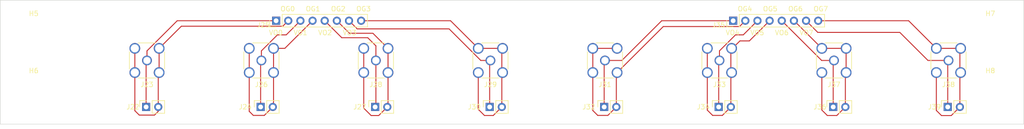
<source format=kicad_pcb>
(kicad_pcb (version 20240108) (generator "pcbnew") (generator_version "8.0")
  (layers (0 "F.Cu" signal) (31 "B.Cu" signal) (34 "B.Paste" user) (35 "F.Paste" user) (36 "B.SilkS" user "B.Silkscreen") (37 "F.SilkS" user "F.Silkscreen") (38 "B.Mask" user) (39 "F.Mask" user) (44 "Edge.Cuts" user))
  (net 0 "")
  (net 1 "/OGND_2")
  (net 2 "/OGND_3")
  (net 3 "/OGND_5")
  (net 4 "/OGND_4")
  (net 5 "/OGND_1")
  (net 6 "/OGND_0")
  (net 7 "/OGND_6")
  (net 8 "/OGND_7")
  (net 9 "/Vout_0")
  (net 10 "/Vout_1")
  (net 11 "/Vout_2")
  (net 12 "/Vout_3")
  (net 13 "/Vout_4")
  (net 14 "/Vout_5")
  (net 15 "/Vout_6")
  (net 16 "/Vout_7")
  (footprint "Connector_Coaxial:SMA_Amphenol_132134-16_Vertical" (layer "F.Cu") (at 94.602859 92.64)
    (property "Reference" "J26" (at 0 5.06 0) (layer "F.SilkS"))
    (property "Value" "~")
    (fp_line (start -3.68 -1.8) (end -3.68 1.8) (stroke (width 0.16)) (layer "F.SilkS"))
    (fp_line (start -1.8 -3.68) (end 1.8 -3.68) (stroke (width 0.16)) (layer "F.SilkS"))
    (fp_line (start -1.8 3.68) (end 1.8 3.68) (stroke (width 0.16)) (layer "F.SilkS"))
    (fp_line (start 3.68 -1.8) (end 3.68 1.8) (stroke (width 0.16)) (layer "F.SilkS"))
    (pad "1" thru_hole circle (at 0 0) (size 2.05 2.05) (drill 1.5) (layers "*.Cu" "*.Mask") (net 10 "/Vout_1"))
    (pad "2" thru_hole circle (at -2.54 -2.54) (size 2.25 2.25) (drill 1.7) (layers "*.Cu" "*.Mask") (net 5 "/OGND_1"))
    (pad "2" thru_hole circle (at -2.54 2.54) (size 2.25 2.25) (drill 1.7) (layers "*.Cu" "*.Mask") (net 5 "/OGND_1"))
    (pad "2" thru_hole circle (at 2.54 -2.54) (size 2.25 2.25) (drill 1.7) (layers "*.Cu" "*.Mask") (net 5 "/OGND_1"))
    (pad "2" thru_hole circle (at 2.54 2.54) (size 2.25 2.25) (drill 1.7) (layers "*.Cu" "*.Mask") (net 5 "/OGND_1"))
  )
  (footprint "MountingHole:MountingHole_3.2mm_M3" (layer "F.Cu") (at 247 99)
    (property "Reference" "H8" (at 0 -4.2 0) (layer "F.SilkS"))
    (property "Value" "MountingHole")
    (pad "" np_thru_hole circle (at 0 0) (size 3.2 3.2) (drill 3.2) (layers "*.Cu" "*.Mask"))
  )
  (footprint "Connector_Coaxial:SMA_Amphenol_132134-16_Vertical" (layer "F.Cu") (at 70.680002 92.64)
    (property "Reference" "J23" (at 0 5.06 0) (layer "F.SilkS"))
    (property "Value" "~")
    (fp_line (start -3.68 -1.8) (end -3.68 1.8) (stroke (width 0.16)) (layer "F.SilkS"))
    (fp_line (start -1.8 -3.68) (end 1.8 -3.68) (stroke (width 0.16)) (layer "F.SilkS"))
    (fp_line (start -1.8 3.68) (end 1.8 3.68) (stroke (width 0.16)) (layer "F.SilkS"))
    (fp_line (start 3.68 -1.8) (end 3.68 1.8) (stroke (width 0.16)) (layer "F.SilkS"))
    (pad "1" thru_hole circle (at 0 0) (size 2.05 2.05) (drill 1.5) (layers "*.Cu" "*.Mask") (net 9 "/Vout_0"))
    (pad "2" thru_hole circle (at -2.54 -2.54) (size 2.25 2.25) (drill 1.7) (layers "*.Cu" "*.Mask") (net 6 "/OGND_0"))
    (pad "2" thru_hole circle (at -2.54 2.54) (size 2.25 2.25) (drill 1.7) (layers "*.Cu" "*.Mask") (net 6 "/OGND_0"))
    (pad "2" thru_hole circle (at 2.54 -2.54) (size 2.25 2.25) (drill 1.7) (layers "*.Cu" "*.Mask") (net 6 "/OGND_0"))
    (pad "2" thru_hole circle (at 2.54 2.54) (size 2.25 2.25) (drill 1.7) (layers "*.Cu" "*.Mask") (net 6 "/OGND_0"))
  )
  (footprint "MountingHole:MountingHole_3.2mm_M3" (layer "F.Cu") (at 47 99)
    (property "Reference" "H6" (at 0 -4.2 0) (layer "F.SilkS"))
    (property "Value" "MountingHole")
    (pad "" np_thru_hole circle (at 0 0) (size 3.2 3.2) (drill 3.2) (layers "*.Cu" "*.Mask"))
  )
  (footprint "Connector_PinSocket_2.54mm:PinSocket_1x02_P2.54mm_Vertical" (layer "F.Cu") (at 238.1 102.4 90)
    (property "Reference" "J39" (at 0 -2.77 180) (layer "F.SilkS"))
    (property "Value" "Conn_01x02")
    (fp_line (start 1.33 -1.33) (end 1.33 0) (stroke (width 0.16)) (layer "F.SilkS"))
    (fp_line (start 0 -1.33) (end 1.33 -1.33) (stroke (width 0.16)) (layer "F.SilkS"))
    (fp_line (start 1.33 1.27) (end 1.33 3.87) (stroke (width 0.16)) (layer "F.SilkS"))
    (fp_line (start -1.33 1.27) (end 1.33 1.27) (stroke (width 0.16)) (layer "F.SilkS"))
    (fp_line (start -1.33 1.27) (end -1.33 3.87) (stroke (width 0.16)) (layer "F.SilkS"))
    (fp_line (start -1.33 3.87) (end 1.33 3.87) (stroke (width 0.16)) (layer "F.SilkS"))
    (pad "1" thru_hole rect (at 0 0 90) (size 1.7 1.7) (drill 1) (layers "*.Cu" "*.Mask") (net 16 "/Vout_7"))
    (pad "2" thru_hole oval (at 0 2.54 90) (size 1.7 1.7) (drill 1) (layers "*.Cu" "*.Mask") (net 8 "/OGND_7"))
  )
  (footprint "Connector_PinSocket_2.54mm:PinSocket_1x02_P2.54mm_Vertical" (layer "F.Cu") (at 166.271429 102.4 90)
    (property "Reference" "J32" (at 0 -3.214286 180) (layer "F.SilkS"))
    (property "Value" "Conn_01x02")
    (fp_line (start 1.33 -1.33) (end 1.33 0) (stroke (width 0.16)) (layer "F.SilkS"))
    (fp_line (start 0 -1.33) (end 1.33 -1.33) (stroke (width 0.16)) (layer "F.SilkS"))
    (fp_line (start 1.33 1.27) (end 1.33 3.87) (stroke (width 0.16)) (layer "F.SilkS"))
    (fp_line (start -1.33 1.27) (end 1.33 1.27) (stroke (width 0.16)) (layer "F.SilkS"))
    (fp_line (start -1.33 1.27) (end -1.33 3.87) (stroke (width 0.16)) (layer "F.SilkS"))
    (fp_line (start -1.33 3.87) (end 1.33 3.87) (stroke (width 0.16)) (layer "F.SilkS"))
    (pad "1" thru_hole rect (at 0 0 90) (size 1.7 1.7) (drill 1) (layers "*.Cu" "*.Mask") (net 13 "/Vout_4"))
    (pad "2" thru_hole oval (at 0 2.54 90) (size 1.7 1.7) (drill 1) (layers "*.Cu" "*.Mask") (net 4 "/OGND_4"))
  )
  (footprint "Connector_PinHeader_2.54mm:PinHeader_1x08_P2.54mm_Vertical" (layer "F.Cu") (at 193.24 84.3 90)
    (property "Reference" "J35" (at -0.9 -3.04 180) (layer "F.SilkS"))
    (property "Value" "Conn_01x8")
    (fp_line (start -1.33 -1.33) (end 0 -1.33) (stroke (width 0.16)) (layer "F.SilkS"))
    (fp_line (start -1.33 0) (end -1.33 -1.33) (stroke (width 0.16)) (layer "F.SilkS"))
    (fp_line (start 1.33 1.27) (end 1.33 19.11) (stroke (width 0.16)) (layer "F.SilkS"))
    (fp_line (start -1.33 1.27) (end 1.33 1.27) (stroke (width 0.16)) (layer "F.SilkS"))
    (fp_line (start -1.33 1.27) (end -1.33 19.11) (stroke (width 0.16)) (layer "F.SilkS"))
    (fp_line (start -1.33 19.11) (end 1.33 19.11) (stroke (width 0.16)) (layer "F.SilkS"))
    (pad "1" thru_hole rect (at 0 0 90) (size 1.7 1.7) (drill 1) (layers "*.Cu" "*.Mask") (net 13 "/Vout_4"))
    (pad "2" thru_hole oval (at 0 2.54 90) (size 1.7 1.7) (drill 1) (layers "*.Cu" "*.Mask") (net 4 "/OGND_4"))
    (pad "3" thru_hole oval (at 0 5.08 90) (size 1.7 1.7) (drill 1) (layers "*.Cu" "*.Mask") (net 14 "/Vout_5"))
    (pad "4" thru_hole oval (at 0 7.62 90) (size 1.7 1.7) (drill 1) (layers "*.Cu" "*.Mask") (net 3 "/OGND_5"))
    (pad "5" thru_hole oval (at 0 10.16 90) (size 1.7 1.7) (drill 1) (layers "*.Cu" "*.Mask") (net 15 "/Vout_6"))
    (pad "6" thru_hole oval (at 0 12.7 90) (size 1.7 1.7) (drill 1) (layers "*.Cu" "*.Mask") (net 7 "/OGND_6"))
    (pad "7" thru_hole oval (at 0 15.24 90) (size 1.7 1.7) (drill 1) (layers "*.Cu" "*.Mask") (net 16 "/Vout_7"))
    (pad "8" thru_hole oval (at 0 17.78 90) (size 1.7 1.7) (drill 1) (layers "*.Cu" "*.Mask") (net 8 "/OGND_7"))
  )
  (footprint "Connector_Coaxial:SMA_Amphenol_132134-16_Vertical" (layer "F.Cu") (at 214.317144 92.64)
    (property "Reference" "J37" (at 0 5.06 0) (layer "F.SilkS"))
    (property "Value" "~")
    (fp_line (start -3.68 -1.8) (end -3.68 1.8) (stroke (width 0.16)) (layer "F.SilkS"))
    (fp_line (start -1.8 -3.68) (end 1.8 -3.68) (stroke (width 0.16)) (layer "F.SilkS"))
    (fp_line (start -1.8 3.68) (end 1.8 3.68) (stroke (width 0.16)) (layer "F.SilkS"))
    (fp_line (start 3.68 -1.8) (end 3.68 1.8) (stroke (width 0.16)) (layer "F.SilkS"))
    (pad "1" thru_hole circle (at 0 0) (size 2.05 2.05) (drill 1.5) (layers "*.Cu" "*.Mask") (net 15 "/Vout_6"))
    (pad "2" thru_hole circle (at -2.54 -2.54) (size 2.25 2.25) (drill 1.7) (layers "*.Cu" "*.Mask") (net 7 "/OGND_6"))
    (pad "2" thru_hole circle (at -2.54 2.54) (size 2.25 2.25) (drill 1.7) (layers "*.Cu" "*.Mask") (net 7 "/OGND_6"))
    (pad "2" thru_hole circle (at 2.54 -2.54) (size 2.25 2.25) (drill 1.7) (layers "*.Cu" "*.Mask") (net 7 "/OGND_6"))
    (pad "2" thru_hole circle (at 2.54 2.54) (size 2.25 2.25) (drill 1.7) (layers "*.Cu" "*.Mask") (net 7 "/OGND_6"))
  )
  (footprint "Connector_Coaxial:SMA_Amphenol_132134-16_Vertical" (layer "F.Cu") (at 118.540002 92.64)
    (property "Reference" "J28" (at 0 5.06 0) (layer "F.SilkS"))
    (property "Value" "~")
    (fp_line (start -3.68 -1.8) (end -3.68 1.8) (stroke (width 0.16)) (layer "F.SilkS"))
    (fp_line (start -1.8 -3.68) (end 1.8 -3.68) (stroke (width 0.16)) (layer "F.SilkS"))
    (fp_line (start -1.8 3.68) (end 1.8 3.68) (stroke (width 0.16)) (layer "F.SilkS"))
    (fp_line (start 3.68 -1.8) (end 3.68 1.8) (stroke (width 0.16)) (layer "F.SilkS"))
    (pad "1" thru_hole circle (at 0 0) (size 2.05 2.05) (drill 1.5) (layers "*.Cu" "*.Mask") (net 11 "/Vout_2"))
    (pad "2" thru_hole circle (at -2.54 -2.54) (size 2.25 2.25) (drill 1.7) (layers "*.Cu" "*.Mask") (net 1 "/OGND_2"))
    (pad "2" thru_hole circle (at -2.54 2.54) (size 2.25 2.25) (drill 1.7) (layers "*.Cu" "*.Mask") (net 1 "/OGND_2"))
    (pad "2" thru_hole circle (at 2.54 -2.54) (size 2.25 2.25) (drill 1.7) (layers "*.Cu" "*.Mask") (net 1 "/OGND_2"))
    (pad "2" thru_hole circle (at 2.54 2.54) (size 2.25 2.25) (drill 1.7) (layers "*.Cu" "*.Mask") (net 1 "/OGND_2"))
  )
  (footprint "Connector_PinSocket_2.54mm:PinSocket_1x02_P2.54mm_Vertical" (layer "F.Cu") (at 70.500001 102.4 90)
    (property "Reference" "J22" (at 0 -2.77 180) (layer "F.SilkS"))
    (property "Value" "Conn_01x02")
    (fp_line (start 1.33 -1.33) (end 1.33 0) (stroke (width 0.16)) (layer "F.SilkS"))
    (fp_line (start 0 -1.33) (end 1.33 -1.33) (stroke (width 0.16)) (layer "F.SilkS"))
    (fp_line (start 1.33 1.27) (end 1.33 3.87) (stroke (width 0.16)) (layer "F.SilkS"))
    (fp_line (start -1.33 1.27) (end 1.33 1.27) (stroke (width 0.16)) (layer "F.SilkS"))
    (fp_line (start -1.33 1.27) (end -1.33 3.87) (stroke (width 0.16)) (layer "F.SilkS"))
    (fp_line (start -1.33 3.87) (end 1.33 3.87) (stroke (width 0.16)) (layer "F.SilkS"))
    (pad "1" thru_hole rect (at 0 0 90) (size 1.7 1.7) (drill 1) (layers "*.Cu" "*.Mask") (net 9 "/Vout_0"))
    (pad "2" thru_hole oval (at 0 2.54 90) (size 1.7 1.7) (drill 1) (layers "*.Cu" "*.Mask") (net 6 "/OGND_0"))
  )
  (footprint "Connector_PinHeader_2.54mm:PinHeader_1x08_P2.54mm_Vertical" (layer "F.Cu") (at 97.68 84.3 90)
    (property "Reference" "J25" (at -0.9 -2.68 180) (layer "F.SilkS"))
    (property "Value" "Conn_01x8")
    (fp_line (start -1.33 -1.33) (end 0 -1.33) (stroke (width 0.16)) (layer "F.SilkS"))
    (fp_line (start -1.33 0) (end -1.33 -1.33) (stroke (width 0.16)) (layer "F.SilkS"))
    (fp_line (start 1.33 1.27) (end 1.33 19.11) (stroke (width 0.16)) (layer "F.SilkS"))
    (fp_line (start -1.33 1.27) (end 1.33 1.27) (stroke (width 0.16)) (layer "F.SilkS"))
    (fp_line (start -1.33 1.27) (end -1.33 19.11) (stroke (width 0.16)) (layer "F.SilkS"))
    (fp_line (start -1.33 19.11) (end 1.33 19.11) (stroke (width 0.16)) (layer "F.SilkS"))
    (pad "1" thru_hole rect (at 0 0 90) (size 1.7 1.7) (drill 1) (layers "*.Cu" "*.Mask") (net 9 "/Vout_0"))
    (pad "2" thru_hole oval (at 0 2.54 90) (size 1.7 1.7) (drill 1) (layers "*.Cu" "*.Mask") (net 6 "/OGND_0"))
    (pad "3" thru_hole oval (at 0 5.08 90) (size 1.7 1.7) (drill 1) (layers "*.Cu" "*.Mask") (net 10 "/Vout_1"))
    (pad "4" thru_hole oval (at 0 7.62 90) (size 1.7 1.7) (drill 1) (layers "*.Cu" "*.Mask") (net 5 "/OGND_1"))
    (pad "5" thru_hole oval (at 0 10.16 90) (size 1.7 1.7) (drill 1) (layers "*.Cu" "*.Mask") (net 11 "/Vout_2"))
    (pad "6" thru_hole oval (at 0 12.7 90) (size 1.7 1.7) (drill 1) (layers "*.Cu" "*.Mask") (net 1 "/OGND_2"))
    (pad "7" thru_hole oval (at 0 15.24 90) (size 1.7 1.7) (drill 1) (layers "*.Cu" "*.Mask") (net 12 "/Vout_3"))
    (pad "8" thru_hole oval (at 0 17.78 90) (size 1.7 1.7) (drill 1) (layers "*.Cu" "*.Mask") (net 2 "/OGND_3"))
  )
  (footprint "MountingHole:MountingHole_3.2mm_M3" (layer "F.Cu") (at 247 87)
    (property "Reference" "H7" (at 0 -4.2 0) (layer "F.SilkS"))
    (property "Value" "MountingHole")
    (pad "" np_thru_hole circle (at 0 0) (size 3.2 3.2) (drill 3.2) (layers "*.Cu" "*.Mask"))
  )
  (footprint "Connector_PinSocket_2.54mm:PinSocket_1x02_P2.54mm_Vertical" (layer "F.Cu") (at 214.157143 102.4 90)
    (property "Reference" "J36" (at 0 -2.77 180) (layer "F.SilkS"))
    (property "Value" "Conn_01x02")
    (fp_line (start 1.33 -1.33) (end 1.33 0) (stroke (width 0.16)) (layer "F.SilkS"))
    (fp_line (start 0 -1.33) (end 1.33 -1.33) (stroke (width 0.16)) (layer "F.SilkS"))
    (fp_line (start 1.33 1.27) (end 1.33 3.87) (stroke (width 0.16)) (layer "F.SilkS"))
    (fp_line (start -1.33 1.27) (end 1.33 1.27) (stroke (width 0.16)) (layer "F.SilkS"))
    (fp_line (start -1.33 1.27) (end -1.33 3.87) (stroke (width 0.16)) (layer "F.SilkS"))
    (fp_line (start -1.33 3.87) (end 1.33 3.87) (stroke (width 0.16)) (layer "F.SilkS"))
    (pad "1" thru_hole rect (at 0 0 90) (size 1.7 1.7) (drill 1) (layers "*.Cu" "*.Mask") (net 15 "/Vout_6"))
    (pad "2" thru_hole oval (at 0 2.54 90) (size 1.7 1.7) (drill 1) (layers "*.Cu" "*.Mask") (net 7 "/OGND_6"))
  )
  (footprint "Connector_Coaxial:SMA_Amphenol_132134-16_Vertical" (layer "F.Cu") (at 238.260001 92.64)
    (property "Reference" "J38" (at 0 5.06 0) (layer "F.SilkS"))
    (property "Value" "~")
    (fp_line (start -3.68 -1.8) (end -3.68 1.8) (stroke (width 0.16)) (layer "F.SilkS"))
    (fp_line (start -1.8 -3.68) (end 1.8 -3.68) (stroke (width 0.16)) (layer "F.SilkS"))
    (fp_line (start -1.8 3.68) (end 1.8 3.68) (stroke (width 0.16)) (layer "F.SilkS"))
    (fp_line (start 3.68 -1.8) (end 3.68 1.8) (stroke (width 0.16)) (layer "F.SilkS"))
    (pad "1" thru_hole circle (at 0 0) (size 2.05 2.05) (drill 1.5) (layers "*.Cu" "*.Mask") (net 16 "/Vout_7"))
    (pad "2" thru_hole circle (at -2.54 -2.54) (size 2.25 2.25) (drill 1.7) (layers "*.Cu" "*.Mask") (net 8 "/OGND_7"))
    (pad "2" thru_hole circle (at -2.54 2.54) (size 2.25 2.25) (drill 1.7) (layers "*.Cu" "*.Mask") (net 8 "/OGND_7"))
    (pad "2" thru_hole circle (at 2.54 -2.54) (size 2.25 2.25) (drill 1.7) (layers "*.Cu" "*.Mask") (net 8 "/OGND_7"))
    (pad "2" thru_hole circle (at 2.54 2.54) (size 2.25 2.25) (drill 1.7) (layers "*.Cu" "*.Mask") (net 8 "/OGND_7"))
  )
  (footprint "Connector_PinSocket_2.54mm:PinSocket_1x02_P2.54mm_Vertical" (layer "F.Cu") (at 142.328572 102.4 90)
    (property "Reference" "J30" (at 0 -3.214286 180) (layer "F.SilkS"))
    (property "Value" "Conn_01x02")
    (fp_line (start 1.33 -1.33) (end 1.33 0) (stroke (width 0.16)) (layer "F.SilkS"))
    (fp_line (start 0 -1.33) (end 1.33 -1.33) (stroke (width 0.16)) (layer "F.SilkS"))
    (fp_line (start 1.33 1.27) (end 1.33 3.87) (stroke (width 0.16)) (layer "F.SilkS"))
    (fp_line (start -1.33 1.27) (end 1.33 1.27) (stroke (width 0.16)) (layer "F.SilkS"))
    (fp_line (start -1.33 1.27) (end -1.33 3.87) (stroke (width 0.16)) (layer "F.SilkS"))
    (fp_line (start -1.33 3.87) (end 1.33 3.87) (stroke (width 0.16)) (layer "F.SilkS"))
    (pad "1" thru_hole rect (at 0 0 90) (size 1.7 1.7) (drill 1) (layers "*.Cu" "*.Mask") (net 12 "/Vout_3"))
    (pad "2" thru_hole oval (at 0 2.54 90) (size 1.7 1.7) (drill 1) (layers "*.Cu" "*.Mask") (net 2 "/OGND_3"))
  )
  (footprint "Connector_PinSocket_2.54mm:PinSocket_1x02_P2.54mm_Vertical" (layer "F.Cu") (at 190.214286 102.4 90)
    (property "Reference" "J34" (at 0 -3.214286 180) (layer "F.SilkS"))
    (property "Value" "Conn_01x02")
    (fp_line (start 1.33 -1.33) (end 1.33 0) (stroke (width 0.16)) (layer "F.SilkS"))
    (fp_line (start 0 -1.33) (end 1.33 -1.33) (stroke (width 0.16)) (layer "F.SilkS"))
    (fp_line (start 1.33 1.27) (end 1.33 3.87) (stroke (width 0.16)) (layer "F.SilkS"))
    (fp_line (start -1.33 1.27) (end 1.33 1.27) (stroke (width 0.16)) (layer "F.SilkS"))
    (fp_line (start -1.33 1.27) (end -1.33 3.87) (stroke (width 0.16)) (layer "F.SilkS"))
    (fp_line (start -1.33 3.87) (end 1.33 3.87) (stroke (width 0.16)) (layer "F.SilkS"))
    (pad "1" thru_hole rect (at 0 0 90) (size 1.7 1.7) (drill 1) (layers "*.Cu" "*.Mask") (net 14 "/Vout_5"))
    (pad "2" thru_hole oval (at 0 2.54 90) (size 1.7 1.7) (drill 1) (layers "*.Cu" "*.Mask") (net 3 "/OGND_5"))
  )
  (footprint "Connector_Coaxial:SMA_Amphenol_132134-16_Vertical" (layer "F.Cu") (at 142.488573 92.64)
    (property "Reference" "J29" (at 0 5.06 0) (layer "F.SilkS"))
    (property "Value" "~")
    (fp_line (start -3.68 -1.8) (end -3.68 1.8) (stroke (width 0.16)) (layer "F.SilkS"))
    (fp_line (start -1.8 -3.68) (end 1.8 -3.68) (stroke (width 0.16)) (layer "F.SilkS"))
    (fp_line (start -1.8 3.68) (end 1.8 3.68) (stroke (width 0.16)) (layer "F.SilkS"))
    (fp_line (start 3.68 -1.8) (end 3.68 1.8) (stroke (width 0.16)) (layer "F.SilkS"))
    (pad "1" thru_hole circle (at 0 0) (size 2.05 2.05) (drill 1.5) (layers "*.Cu" "*.Mask") (net 12 "/Vout_3"))
    (pad "2" thru_hole circle (at -2.54 -2.54) (size 2.25 2.25) (drill 1.7) (layers "*.Cu" "*.Mask") (net 2 "/OGND_3"))
    (pad "2" thru_hole circle (at -2.54 2.54) (size 2.25 2.25) (drill 1.7) (layers "*.Cu" "*.Mask") (net 2 "/OGND_3"))
    (pad "2" thru_hole circle (at 2.54 -2.54) (size 2.25 2.25) (drill 1.7) (layers "*.Cu" "*.Mask") (net 2 "/OGND_3"))
    (pad "2" thru_hole circle (at 2.54 2.54) (size 2.25 2.25) (drill 1.7) (layers "*.Cu" "*.Mask") (net 2 "/OGND_3"))
  )
  (footprint "Connector_PinSocket_2.54mm:PinSocket_1x02_P2.54mm_Vertical" (layer "F.Cu") (at 118.385715 102.4 90)
    (property "Reference" "J27" (at 0 -3.214286 180) (layer "F.SilkS"))
    (property "Value" "Conn_01x02")
    (fp_line (start 1.33 -1.33) (end 1.33 0) (stroke (width 0.16)) (layer "F.SilkS"))
    (fp_line (start 0 -1.33) (end 1.33 -1.33) (stroke (width 0.16)) (layer "F.SilkS"))
    (fp_line (start 1.33 1.27) (end 1.33 3.87) (stroke (width 0.16)) (layer "F.SilkS"))
    (fp_line (start -1.33 1.27) (end 1.33 1.27) (stroke (width 0.16)) (layer "F.SilkS"))
    (fp_line (start -1.33 1.27) (end -1.33 3.87) (stroke (width 0.16)) (layer "F.SilkS"))
    (fp_line (start -1.33 3.87) (end 1.33 3.87) (stroke (width 0.16)) (layer "F.SilkS"))
    (pad "1" thru_hole rect (at 0 0 90) (size 1.7 1.7) (drill 1) (layers "*.Cu" "*.Mask") (net 11 "/Vout_2"))
    (pad "2" thru_hole oval (at 0 2.54 90) (size 1.7 1.7) (drill 1) (layers "*.Cu" "*.Mask") (net 1 "/OGND_2"))
  )
  (footprint "Connector_Coaxial:SMA_Amphenol_132134-16_Vertical" (layer "F.Cu") (at 190.374287 92.64)
    (property "Reference" "J33" (at 0 5.06 0) (layer "F.SilkS"))
    (property "Value" "~")
    (fp_line (start -3.68 -1.8) (end -3.68 1.8) (stroke (width 0.16)) (layer "F.SilkS"))
    (fp_line (start -1.8 -3.68) (end 1.8 -3.68) (stroke (width 0.16)) (layer "F.SilkS"))
    (fp_line (start -1.8 3.68) (end 1.8 3.68) (stroke (width 0.16)) (layer "F.SilkS"))
    (fp_line (start 3.68 -1.8) (end 3.68 1.8) (stroke (width 0.16)) (layer "F.SilkS"))
    (pad "1" thru_hole circle (at 0 0) (size 2.05 2.05) (drill 1.5) (layers "*.Cu" "*.Mask") (net 14 "/Vout_5"))
    (pad "2" thru_hole circle (at -2.54 -2.54) (size 2.25 2.25) (drill 1.7) (layers "*.Cu" "*.Mask") (net 3 "/OGND_5"))
    (pad "2" thru_hole circle (at -2.54 2.54) (size 2.25 2.25) (drill 1.7) (layers "*.Cu" "*.Mask") (net 3 "/OGND_5"))
    (pad "2" thru_hole circle (at 2.54 -2.54) (size 2.25 2.25) (drill 1.7) (layers "*.Cu" "*.Mask") (net 3 "/OGND_5"))
    (pad "2" thru_hole circle (at 2.54 2.54) (size 2.25 2.25) (drill 1.7) (layers "*.Cu" "*.Mask") (net 3 "/OGND_5"))
  )
  (footprint "MountingHole:MountingHole_3.2mm_M3" (layer "F.Cu") (at 47 87)
    (property "Reference" "H5" (at 0 -4.2 0) (layer "F.SilkS"))
    (property "Value" "MountingHole")
    (pad "" np_thru_hole circle (at 0 0) (size 3.2 3.2) (drill 3.2) (layers "*.Cu" "*.Mask"))
  )
  (footprint "Connector_Coaxial:SMA_Amphenol_132134-16_Vertical" (layer "F.Cu") (at 166.43143 92.64)
    (property "Reference" "J31" (at 0 5.06 0) (layer "F.SilkS"))
    (property "Value" "~")
    (fp_line (start -3.68 -1.8) (end -3.68 1.8) (stroke (width 0.16)) (layer "F.SilkS"))
    (fp_line (start -1.8 -3.68) (end 1.8 -3.68) (stroke (width 0.16)) (layer "F.SilkS"))
    (fp_line (start -1.8 3.68) (end 1.8 3.68) (stroke (width 0.16)) (layer "F.SilkS"))
    (fp_line (start 3.68 -1.8) (end 3.68 1.8) (stroke (width 0.16)) (layer "F.SilkS"))
    (pad "1" thru_hole circle (at 0 0) (size 2.05 2.05) (drill 1.5) (layers "*.Cu" "*.Mask") (net 13 "/Vout_4"))
    (pad "2" thru_hole circle (at -2.54 -2.54) (size 2.25 2.25) (drill 1.7) (layers "*.Cu" "*.Mask") (net 4 "/OGND_4"))
    (pad "2" thru_hole circle (at -2.54 2.54) (size 2.25 2.25) (drill 1.7) (layers "*.Cu" "*.Mask") (net 4 "/OGND_4"))
    (pad "2" thru_hole circle (at 2.54 -2.54) (size 2.25 2.25) (drill 1.7) (layers "*.Cu" "*.Mask") (net 4 "/OGND_4"))
    (pad "2" thru_hole circle (at 2.54 2.54) (size 2.25 2.25) (drill 1.7) (layers "*.Cu" "*.Mask") (net 4 "/OGND_4"))
  )
  (footprint "Connector_PinSocket_2.54mm:PinSocket_1x02_P2.54mm_Vertical" (layer "F.Cu") (at 94.442858 102.4 90)
    (property "Reference" "J24" (at 0 -3.214286 180) (layer "F.SilkS"))
    (property "Value" "Conn_01x02")
    (fp_line (start 1.33 -1.33) (end 1.33 0) (stroke (width 0.16)) (layer "F.SilkS"))
    (fp_line (start 0 -1.33) (end 1.33 -1.33) (stroke (width 0.16)) (layer "F.SilkS"))
    (fp_line (start 1.33 1.27) (end 1.33 3.87) (stroke (width 0.16)) (layer "F.SilkS"))
    (fp_line (start -1.33 1.27) (end 1.33 1.27) (stroke (width 0.16)) (layer "F.SilkS"))
    (fp_line (start -1.33 1.27) (end -1.33 3.87) (stroke (width 0.16)) (layer "F.SilkS"))
    (fp_line (start -1.33 3.87) (end 1.33 3.87) (stroke (width 0.16)) (layer "F.SilkS"))
    (pad "1" thru_hole rect (at 0 0 90) (size 1.7 1.7) (drill 1) (layers "*.Cu" "*.Mask") (net 10 "/Vout_1"))
    (pad "2" thru_hole oval (at 0 2.54 90) (size 1.7 1.7) (drill 1) (layers "*.Cu" "*.Mask") (net 5 "/OGND_1"))
  )
  (gr_rect (start 40 80) (end 254 106) (stroke (width 0.1)) (fill none) (layer "Edge.Cuts"))
  (gr_text "VO4   VO5   VO6   VO7" (at 191.6 87.4 0) (layer "F.SilkS") (effects (font (size 1 1)) (justify left bottom)))
  (gr_text "OG4   OG5   OG6   OG7" (at 194.1 82.4 0) (layer "F.SilkS") (effects (font (size 1 1)) (justify left bottom)))
  (gr_text "VO0   VO1   VO2   VO3" (at 96.1 87.4 0) (layer "F.SilkS") (effects (font (size 1 1)) (justify left bottom)))
  (gr_text "OG0   OG1   OG2   OG3" (at 98.5 82.4 0) (layer "F.SilkS") (effects (font (size 1 1)) (justify left bottom)))
  (segment (start 116.000002 102.650002) (end 116.000002 95.18) (width 0.2) (layer "F.Cu") (net 1))
  (segment (start 121.080002 90.1) (end 117.910002 86.93) (width 0.2) (layer "F.Cu") (net 1))
  (segment (start 113.01 86.93) (end 110.38 84.3) (width 0.2) (layer "F.Cu") (net 1))
  (segment (start 116.000002 95.18) (end 116.000002 90.1) (width 0.2) (layer "F.Cu") (net 1))
  (segment (start 117.910002 86.93) (end 113.01 86.93) (width 0.2) (layer "F.Cu") (net 1))
  (segment (start 121.080002 102.245713) (end 120.925715 102.4) (width 0.2) (layer "F.Cu") (net 1))
  (segment (start 117.55 104.2) (end 116.000002 102.650002) (width 0.2) (layer "F.Cu") (net 1))
  (segment (start 121.080002 90.1) (end 121.080002 102.245713) (width 0.2) (layer "F.Cu") (net 1))
  (segment (start 120.925715 102.4) (end 119.125715 104.2) (width 0.2) (layer "F.Cu") (net 1))
  (segment (start 119.125715 104.2) (end 117.55 104.2) (width 0.2) (layer "F.Cu") (net 1))
  (segment (start 134.148573 84.3) (end 115.46 84.3) (width 0.2) (layer "F.Cu") (net 2))
  (segment (start 145.028573 90.1) (end 139.948573 90.1) (width 0.2) (layer "F.Cu") (net 2))
  (segment (start 139.948573 90.1) (end 134.148573 84.3) (width 0.2) (layer "F.Cu") (net 2))
  (segment (start 143.078572 104.19) (end 144.868572 102.4) (width 0.2) (layer "F.Cu") (net 2))
  (segment (start 141.24 104.19) (end 143.078572 104.19) (width 0.2) (layer "F.Cu") (net 2))
  (segment (start 144.868572 90.260001) (end 145.028573 90.1) (width 0.2) (layer "F.Cu") (net 2))
  (segment (start 139.948573 102.898573) (end 141.24 104.19) (width 0.2) (layer "F.Cu") (net 2))
  (segment (start 139.948573 95.18) (end 139.948573 102.898573) (width 0.2) (layer "F.Cu") (net 2))
  (segment (start 144.868572 102.4) (end 144.868572 90.260001) (width 0.2) (layer "F.Cu") (net 2))
  (segment (start 193.085685 90.1) (end 194.645685 88.54) (width 0.2) (layer "F.Cu") (net 3))
  (segment (start 192.754286 102.4) (end 192.754286 90.260001) (width 0.2) (layer "F.Cu") (net 3))
  (segment (start 187.834287 103.064287) (end 188.94 104.17) (width 0.2) (layer "F.Cu") (net 3))
  (segment (start 190.984286 104.17) (end 192.754286 102.4) (width 0.2) (layer "F.Cu") (net 3))
  (segment (start 187.834287 90.1) (end 187.834287 103.064287) (width 0.2) (layer "F.Cu") (net 3))
  (segment (start 194.645685 88.54) (end 196.62 88.54) (width 0.2) (layer "F.Cu") (net 3))
  (segment (start 192.754286 90.260001) (end 192.914287 90.1) (width 0.2) (layer "F.Cu") (net 3))
  (segment (start 192.914287 90.1) (end 193.085685 90.1) (width 0.2) (layer "F.Cu") (net 3))
  (segment (start 188.94 104.17) (end 190.984286 104.17) (width 0.2) (layer "F.Cu") (net 3))
  (segment (start 196.62 88.54) (end 200.86 84.3) (width 0.2) (layer "F.Cu") (net 3))
  (segment (start 178.63143 85.52) (end 194.56 85.52) (width 0.2) (layer "F.Cu") (net 4))
  (segment (start 163.89143 95.18) (end 163.89143 103.14143) (width 0.2) (layer "F.Cu") (net 4))
  (segment (start 163.89143 103.14143) (end 164.92 104.17) (width 0.2) (layer "F.Cu") (net 4))
  (segment (start 168.811429 95.340001) (end 168.97143 95.18) (width 0.2) (layer "F.Cu") (net 4))
  (segment (start 194.56 85.52) (end 195.78 84.3) (width 0.2) (layer "F.Cu") (net 4))
  (segment (start 164.92 104.17) (end 167.041429 104.17) (width 0.2) (layer "F.Cu") (net 4))
  (segment (start 163.89143 95.18) (end 163.89143 90.1) (width 0.2) (layer "F.Cu") (net 4))
  (segment (start 163.89143 90.1) (end 168.97143 90.1) (width 0.2) (layer "F.Cu") (net 4))
  (segment (start 167.041429 104.17) (end 168.811429 102.4) (width 0.2) (layer "F.Cu") (net 4))
  (segment (start 168.97143 95.18) (end 178.63143 85.52) (width 0.2) (layer "F.Cu") (net 4))
  (segment (start 168.811429 102.4) (end 168.811429 95.340001) (width 0.2) (layer "F.Cu") (net 4))
  (segment (start 97.142859 102.239999) (end 96.982858 102.4) (width 0.2) (layer "F.Cu") (net 5))
  (segment (start 92.062859 103.322859) (end 92.062859 95.18) (width 0.2) (layer "F.Cu") (net 5))
  (segment (start 92.91 104.17) (end 92.062859 103.322859) (width 0.2) (layer "F.Cu") (net 5))
  (segment (start 99.5 90.1) (end 105.3 84.3) (width 0.2) (layer "F.Cu") (net 5))
  (segment (start 92.062859 95.18) (end 92.062859 90.1) (width 0.2) (layer "F.Cu") (net 5))
  (segment (start 96.982858 102.4) (end 95.212858 104.17) (width 0.2) (layer "F.Cu") (net 5))
  (segment (start 95.212858 104.17) (end 92.91 104.17) (width 0.2) (layer "F.Cu") (net 5))
  (segment (start 97.142859 90.1) (end 99.5 90.1) (width 0.2) (layer "F.Cu") (net 5))
  (segment (start 97.142859 90.1) (end 97.142859 102.239999) (width 0.2) (layer "F.Cu") (net 5))
  (segment (start 73.040001 95.360001) (end 73.220002 95.18) (width 0.2) (layer "F.Cu") (net 6))
  (segment (start 73.040001 102.4) (end 73.040001 95.360001) (width 0.2) (layer "F.Cu") (net 6))
  (segment (start 77.870002 85.45) (end 99.07 85.45) (width 0.2) (layer "F.Cu") (net 6))
  (segment (start 68.140002 103.180002) (end 68.140002 95.18) (width 0.2) (layer "F.Cu") (net 6))
  (segment (start 99.07 85.45) (end 100.22 84.3) (width 0.2) (layer "F.Cu") (net 6))
  (segment (start 68.140002 95.18) (end 68.140002 90.1) (width 0.2) (layer "F.Cu") (net 6))
  (segment (start 73.220002 90.1) (end 77.870002 85.45) (width 0.2) (layer "F.Cu") (net 6))
  (segment (start 72.25 104.11) (end 69.07 104.11) (width 0.2) (layer "F.Cu") (net 6))
  (segment (start 69.07 104.11) (end 68.140002 103.180002) (width 0.2) (layer "F.Cu") (net 6))
  (segment (start 73.220002 95.18) (end 73.220002 90.1) (width 0.2) (layer "F.Cu") (net 6))
  (segment (start 73.040001 102.4) (end 73.040001 103.319999) (width 0.2) (layer "F.Cu") (net 6))
  (segment (start 73.040001 103.319999) (end 72.25 104.11) (width 0.2) (layer "F.Cu") (net 6))
  (segment (start 216.857144 90.1) (end 211.777144 90.1) (width 0.2) (layer "F.Cu") (net 7))
  (segment (start 211.777144 103.047144) (end 211.777144 95.18) (width 0.2) (layer "F.Cu") (net 7))
  (segment (start 216.697143 95.340001) (end 216.857144 95.18) (width 0.2) (layer "F.Cu") (net 7))
  (segment (start 205.977144 84.3) (end 205.94 84.3) (width 0.2) (layer "F.Cu") (net 7))
  (segment (start 216.697143 102.4) (end 216.697143 95.340001) (width 0.2) (layer "F.Cu") (net 7))
  (segment (start 216.857144 95.18) (end 216.857144 90.1) (width 0.2) (layer "F.Cu") (net 7))
  (segment (start 212.92 104.19) (end 211.777144 103.047144) (width 0.2) (layer "F.Cu") (net 7))
  (segment (start 211.777144 90.1) (end 205.977144 84.3) (width 0.2) (layer "F.Cu") (net 7))
  (segment (start 216.697143 102.4) (end 214.907143 104.19) (width 0.2) (layer "F.Cu") (net 7))
  (segment (start 214.907143 104.19) (end 212.92 104.19) (width 0.2) (layer "F.Cu") (net 7))
  (segment (start 229.920001 84.3) (end 211.02 84.3) (width 0.2) (layer "F.Cu") (net 8))
  (segment (start 240.800001 90.1) (end 235.720001 90.1) (width 0.2) (layer "F.Cu") (net 8))
  (segment (start 235.720001 90.1) (end 229.920001 84.3) (width 0.2) (layer "F.Cu") (net 8))
  (segment (start 240.64 102.4) (end 240.64 90.260001) (width 0.2) (layer "F.Cu") (net 8))
  (segment (start 236.8 104.21) (end 235.720001 103.130001) (width 0.2) (layer "F.Cu") (net 8))
  (segment (start 240.64 102.4) (end 238.83 104.21) (width 0.2) (layer "F.Cu") (net 8))
  (segment (start 235.720001 103.130001) (end 235.720001 95.18) (width 0.2) (layer "F.Cu") (net 8))
  (segment (start 238.83 104.21) (end 236.8 104.21) (width 0.2) (layer "F.Cu") (net 8))
  (segment (start 240.64 90.260001) (end 240.800001 90.1) (width 0.2) (layer "F.Cu") (net 8))
  (segment (start 77.004747 84.3) (end 97.68 84.3) (width 0.2) (layer "F.Cu") (net 9))
  (segment (start 70.500001 92.820001) (end 70.680002 92.64) (width 0.2) (layer "F.Cu") (net 9))
  (segment (start 70.680002 90.624745) (end 77.004747 84.3) (width 0.2) (layer "F.Cu") (net 9))
  (segment (start 70.500001 102.4) (end 70.500001 92.820001) (width 0.2) (layer "F.Cu") (net 9))
  (segment (start 70.680002 92.64) (end 70.680002 90.624745) (width 0.2) (layer "F.Cu") (net 9))
  (segment (start 94.602859 92.64) (end 94.602859 90.624745) (width 0.2) (layer "F.Cu") (net 10))
  (segment (start 94.442858 92.800001) (end 94.602859 92.64) (width 0.2) (layer "F.Cu") (net 10))
  (segment (start 94.602859 90.624745) (end 97.957604 87.27) (width 0.2) (layer "F.Cu") (net 10))
  (segment (start 99.79 87.27) (end 102.76 84.3) (width 0.2) (layer "F.Cu") (net 10))
  (segment (start 97.957604 87.27) (end 99.79 87.27) (width 0.2) (layer "F.Cu") (net 10))
  (segment (start 94.442858 102.4) (end 94.442858 92.800001) (width 0.2) (layer "F.Cu") (net 10))
  (segment (start 116.83 87.86) (end 111.4 87.86) (width 0.2) (layer "F.Cu") (net 11))
  (segment (start 118.540002 92.64) (end 118.540002 102.245713) (width 0.2) (layer "F.Cu") (net 11))
  (segment (start 118.540002 89.570002) (end 116.83 87.86) (width 0.2) (layer "F.Cu") (net 11))
  (segment (start 118.540002 102.245713) (end 118.385715 102.4) (width 0.2) (layer "F.Cu") (net 11))
  (segment (start 118.540002 92.64) (end 118.540002 89.570002) (width 0.2) (layer "F.Cu") (net 11))
  (segment (start 111.4 87.86) (end 107.84 84.3) (width 0.2) (layer "F.Cu") (net 11))
  (segment (start 140.473318 92.64) (end 133.843318 86.01) (width 0.2) (layer "F.Cu") (net 12))
  (segment (start 142.328572 102.4) (end 142.328572 92.800001) (width 0.2) (layer "F.Cu") (net 12))
  (segment (start 142.488573 92.64) (end 140.473318 92.64) (width 0.2) (layer "F.Cu") (net 12))
  (segment (start 142.328572 92.800001) (end 142.488573 92.64) (width 0.2) (layer "F.Cu") (net 12))
  (segment (start 133.843318 86.01) (end 114.63 86.01) (width 0.2) (layer "F.Cu") (net 12))
  (segment (start 114.63 86.01) (end 112.92 84.3) (width 0.2) (layer "F.Cu") (net 12))
  (segment (start 166.271429 92.800001) (end 166.43143 92.64) (width 0.2) (layer "F.Cu") (net 13))
  (segment (start 166.271429 102.4) (end 166.271429 92.800001) (width 0.2) (layer "F.Cu") (net 13))
  (segment (start 178.3 84.3) (end 193.24 84.3) (width 0.2) (layer "F.Cu") (net 13))
  (segment (start 169.96 92.64) (end 178.3 84.3) (width 0.2) (layer "F.Cu") (net 13))
  (segment (start 166.43143 92.64) (end 169.96 92.64) (width 0.2) (layer "F.Cu") (net 13))
  (segment (start 190.374287 92.64) (end 190.374287 90.624745) (width 0.2) (layer "F.Cu") (net 14))
  (segment (start 190.214286 92.800001) (end 190.374287 92.64) (width 0.2) (layer "F.Cu") (net 14))
  (segment (start 195.35 87.27) (end 198.32 84.3) (width 0.2) (layer "F.Cu") (net 14))
  (segment (start 193.729032 87.27) (end 195.35 87.27) (width 0.2) (layer "F.Cu") (net 14))
  (segment (start 190.214286 102.4) (end 190.214286 92.800001) (width 0.2) (layer "F.Cu") (net 14))
  (segment (start 190.374287 90.624745) (end 193.729032 87.27) (width 0.2) (layer "F.Cu") (net 14))
  (segment (start 214.317144 92.64) (end 211.74 92.64) (width 0.2) (layer "F.Cu") (net 15))
  (segment (start 211.74 92.64) (end 203.4 84.3) (width 0.2) (layer "F.Cu") (net 15))
  (segment (start 214.157143 102.4) (end 214.157143 92.800001) (width 0.2) (layer "F.Cu") (net 15))
  (segment (start 214.157143 92.800001) (end 214.317144 92.64) (width 0.2) (layer "F.Cu") (net 15))
  (segment (start 233.97 92.64) (end 228.08 86.75) (width 0.2) (layer "F.Cu") (net 16))
  (segment (start 238.1 102.4) (end 238.1 92.800001) (width 0.2) (layer "F.Cu") (net 16))
  (segment (start 238.260001 92.64) (end 233.97 92.64) (width 0.2) (layer "F.Cu") (net 16))
  (segment (start 210.93 86.75) (end 208.48 84.3) (width 0.2) (layer "F.Cu") (net 16))
  (segment (start 238.1 92.800001) (end 238.260001 92.64) (width 0.2) (layer "F.Cu") (net 16))
  (segment (start 228.08 86.75) (end 210.93 86.75) (width 0.2) (layer "F.Cu") (net 16))
)
</source>
